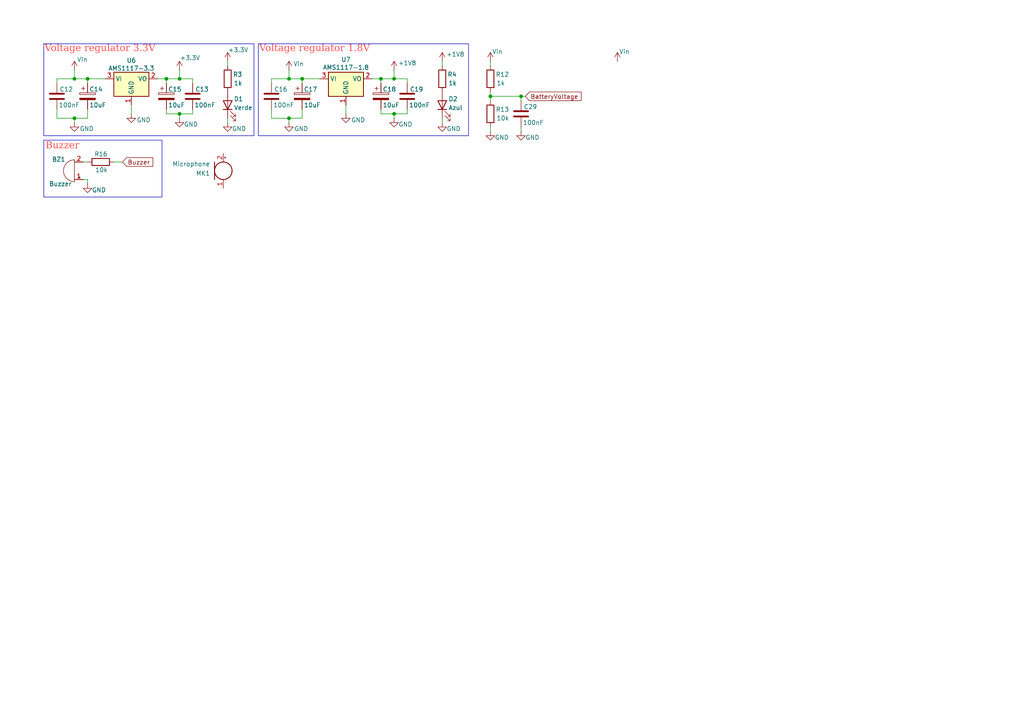
<source format=kicad_sch>
(kicad_sch (version 20250114) (generator "eeschema") (generator_version "9.0")
  (paper "A4")
  (title_block (title "AlarisV1") (date "2025-11-13") (company "Enzo Claro"))
  (lib_symbols
    (symbol "Device:Buzzer" (pin_names (offset 0.0254) (hide yes))
      (property "Reference" "BZ" (at 3.81 1.27 0))
      (property "Value" "Buzzer" (at 3.81 -1.27 0))
      (symbol "Buzzer_0_1"
        (polyline (pts (xy -1.651 1.905) (xy -1.143 1.905)))
        (polyline (pts (xy -1.397 2.159) (xy -1.397 1.651)))
        (arc (start 0 3.175) (mid 3.1612 0) (end 0 -3.175))
        (polyline (pts (xy 0 3.175) (xy 0 -3.175)))
      )
      (symbol "Buzzer_1_1"
        (pin passive line (at -2.54 2.54 0) (length 2.54) (name "+") (number "1"))
        (pin passive line (at -2.54 -2.54 0) (length 2.54) (name "-") (number "2"))
      )
    )
    (symbol "Device:C" (pin_numbers (hide yes)) (pin_names (offset 0.254))
      (property "Reference" "C" (at 0.635 2.54 0))
      (property "Value" "C" (at 0.635 -2.54 0))
      (symbol "C_0_1"
        (polyline (pts (xy -2.032 0.762) (xy 2.032 0.762)) (stroke (width 0.508)))
        (polyline (pts (xy -2.032 -0.762) (xy 2.032 -0.762)) (stroke (width 0.508)))
      )
      (symbol "C_1_1"
        (pin passive line (at 0 3.81 270) (length 2.794) (name "~") (number "1"))
        (pin passive line (at 0 -3.81 90) (length 2.794) (name "~") (number "2"))
      )
    )
    (symbol "Device:C_Polarized" (pin_numbers (hide yes)) (pin_names (offset 0.254))
      (property "Reference" "C" (at 0.635 2.54 0))
      (property "Value" "C_Polarized" (at 0.635 -2.54 0))
      (symbol "C_Polarized_0_1"
        (rectangle (start -2.286 0.508) (end 2.286 1.016))
        (polyline (pts (xy -1.778 2.286) (xy -0.762 2.286)))
        (polyline (pts (xy -1.27 2.794) (xy -1.27 1.778)))
        (rectangle (start 2.286 -0.508) (end -2.286 -1.016) (fill (type outline)))
      )
      (symbol "C_Polarized_1_1"
        (pin passive line (at 0 3.81 270) (length 2.794) (name "~") (number "1"))
        (pin passive line (at 0 -3.81 90) (length 2.794) (name "~") (number "2"))
      )
    )
    (symbol "Device:LED" (pin_numbers (hide yes)) (pin_names (offset 1.016) (hide yes))
      (property "Reference" "D" (at 0 2.54 0))
      (property "Value" "LED" (at 0 -2.54 0))
      (symbol "LED_0_1"
        (polyline (pts (xy -3.048 -0.762) (xy -4.572 -2.286) (xy -3.81 -2.286) (xy -4.572 -2.286) (xy -4.572 -1.524)))
        (polyline (pts (xy -1.778 -0.762) (xy -3.302 -2.286) (xy -2.54 -2.286) (xy -3.302 -2.286) (xy -3.302 -1.524)))
        (polyline (pts (xy -1.27 0) (xy 1.27 0)))
        (polyline (pts (xy -1.27 -1.27) (xy -1.27 1.27)) (stroke (width 0.254)))
        (polyline (pts (xy 1.27 -1.27) (xy 1.27 1.27) (xy -1.27 0) (xy 1.27 -1.27)) (stroke (width 0.254)))
      )
      (symbol "LED_1_1"
        (pin passive line (at -3.81 0 0) (length 2.54) (name "K") (number "1"))
        (pin passive line (at 3.81 0 180) (length 2.54) (name "A") (number "2"))
      )
    )
    (symbol "Device:Microphone" (pin_names (offset 0.0254) (hide yes))
      (property "Reference" "MK" (at -3.81 1.27 0))
      (property "Value" "Microphone" (at -3.81 -0.635 0))
      (symbol "Microphone_0_1"
        (polyline (pts (xy -2.54 2.54) (xy -2.54 -2.54)) (stroke (width 0.254)))
        (circle (center 0 0) (radius 2.54) (stroke (width 0.254)))
        (polyline (pts (xy 0.254 3.81) (xy 0.762 3.81)))
        (polyline (pts (xy 0.508 4.064) (xy 0.508 3.556)))
      )
      (symbol "Microphone_1_1"
        (pin passive line (at 0 5.08 270) (length 2.54) (name "+") (number "2"))
        (pin passive line (at 0 -5.08 90) (length 2.54) (name "-") (number "1"))
      )
    )
    (symbol "Device:R" (pin_numbers (hide yes)) (pin_names (offset 0))
      (property "Reference" "R" (at 2.032 0 90))
      (property "Value" "R" (at 0 0 90))
      (symbol "R_0_1"
        (rectangle (start -1.016 -2.54) (end 1.016 2.54) (stroke (width 0.254)))
      )
      (symbol "R_1_1"
        (pin passive line (at 0 3.81 270) (length 1.27) (name "~") (number "1"))
        (pin passive line (at 0 -3.81 90) (length 1.27) (name "~") (number "2"))
      )
    )
    (symbol "Regulator_Linear:AMS1117-1.8"
      (property "Reference" "U" (at -3.81 3.175 0))
      (property "Value" "AMS1117-1.8" (at 0 3.175 0))
      (symbol "AMS1117-1.8_0_1"
        (rectangle (start -5.08 -5.08) (end 5.08 1.905) (stroke (width 0.254)) (fill (type background)))
      )
      (symbol "AMS1117-1.8_1_1"
        (pin power_in line (at -7.62 0 0) (length 2.54) (name "VI") (number "3"))
        (pin power_in line (at 0 -7.62 90) (length 2.54) (name "GND") (number "1"))
        (pin power_out line (at 7.62 0 180) (length 2.54) (name "VO") (number "2"))
      )
    )
    (symbol "Regulator_Linear:AMS1117-3.3"
      (property "Reference" "U" (at -3.81 3.175 0))
      (property "Value" "AMS1117-3.3" (at 0 3.175 0))
      (symbol "AMS1117-3.3_0_1"
        (rectangle (start -5.08 -5.08) (end 5.08 1.905) (stroke (width 0.254)) (fill (type background)))
      )
      (symbol "AMS1117-3.3_1_1"
        (pin power_in line (at -7.62 0 0) (length 2.54) (name "VI") (number "3"))
        (pin power_in line (at 0 -7.62 90) (length 2.54) (name "GND") (number "1"))
        (pin power_out line (at 7.62 0 180) (length 2.54) (name "VO") (number "2"))
      )
    )
    (symbol "power:+1V8" (power) (pin_numbers (hide yes)) (pin_names (offset 0) (hide yes))
      (property "Value" "+1V8" (at 0 3.556 0))
      (symbol "+1V8_0_1"
        (polyline (pts (xy -0.762 1.27) (xy 0 2.54)))
        (polyline (pts (xy 0 2.54) (xy 0.762 1.27)))
        (polyline (pts (xy 0 0) (xy 0 2.54)))
      )
      (symbol "+1V8_1_1"
        (pin power_in line (at 0 0 90) (length 0) (name "~") (number "1"))
      )
    )
    (symbol "power:+3.3V" (power) (pin_numbers (hide yes)) (pin_names (offset 0) (hide yes))
      (property "Value" "+3.3V" (at 0 3.556 0))
      (symbol "+3.3V_0_1"
        (polyline (pts (xy -0.762 1.27) (xy 0 2.54)))
        (polyline (pts (xy 0 2.54) (xy 0.762 1.27)))
        (polyline (pts (xy 0 0) (xy 0 2.54)))
      )
      (symbol "+3.3V_1_1"
        (pin power_in line (at 0 0 90) (length 0) (name "~") (number "1"))
      )
    )
    (symbol "power:GND" (power) (pin_numbers (hide yes)) (pin_names (offset 0) (hide yes))
      (property "Value" "GND" (at 0 -3.81 0))
      (symbol "GND_0_1"
        (polyline (pts (xy 0 0) (xy 0 -1.27) (xy 1.27 -1.27) (xy 0 -2.54) (xy -1.27 -1.27) (xy 0 -1.27)))
      )
      (symbol "GND_1_1"
        (pin power_in line (at 0 0 270) (length 0) (name "~") (number "1"))
      )
    )
    (symbol "power:VDD" (power) (pin_numbers (hide yes)) (pin_names (offset 0) (hide yes))
      (property "Value" "VDD" (at 0 3.556 0))
      (symbol "VDD_0_1"
        (polyline (pts (xy -0.762 1.27) (xy 0 2.54)))
        (polyline (pts (xy 0 2.54) (xy 0.762 1.27)))
        (polyline (pts (xy 0 0) (xy 0 2.54)))
      )
      (symbol "VDD_1_1"
        (pin power_in line (at 0 0 90) (length 0) (name "~") (number "1"))
      )
    )
  )
  (rectangle (start 74.93 12.7) (end 135.89 39.37))
  (rectangle (start 12.7 12.7) (end 73.66 39.37))
  (rectangle (start 12.7 40.64) (end 46.99 57.15))
  (text "Voltage regulator 3.3V" (at 12.954 14.732 0) (effects (font (size 2 2)) (justify left)))
  (text "Voltage regulator 1.8V" (at 75.184 14.732 0) (effects (font (size 2 2)) (justify left)))
  (text "Buzzer" (at 13.208 42.926 0) (effects (font (size 2 2)) (justify left)))
  (junction (at 87.63 22.86))
  (junction (at 83.82 34.29))
  (junction (at 48.26 22.86))
  (junction (at 142.24 27.94))
  (junction (at 114.3 22.86))
  (junction (at 21.59 22.86))
  (junction (at 114.3 33.02))
  (junction (at 151.13 27.94))
  (junction (at 52.07 22.86))
  (junction (at 25.4 22.86))
  (junction (at 83.82 22.86))
  (junction (at 21.59 34.29))
  (junction (at 110.49 22.86))
  (junction (at 52.07 33.02))
  (wire (pts (xy 83.82 22.86) (xy 87.63 22.86)))
  (wire (pts (xy 55.88 33.02) (xy 55.88 31.75)))
  (wire (pts (xy 118.11 33.02) (xy 118.11 31.75)))
  (wire (pts (xy 78.74 31.75) (xy 78.74 34.29)))
  (wire (pts (xy 25.4 34.29) (xy 25.4 31.75)))
  (wire (pts (xy 92.71 22.86) (xy 87.63 22.86)))
  (wire (pts (xy 114.3 33.02) (xy 118.11 33.02)))
  (wire (pts (xy 30.48 22.86) (xy 25.4 22.86)))
  (wire (pts (xy 48.26 22.86) (xy 52.07 22.86)))
  (wire (pts (xy 83.82 34.29) (xy 83.82 35.56)))
  (wire (pts (xy 118.11 24.13) (xy 118.11 22.86)))
  (wire (pts (xy 114.3 33.02) (xy 114.3 34.29)))
  (wire (pts (xy 21.59 34.29) (xy 25.4 34.29)))
  (wire (pts (xy 151.13 36.83) (xy 151.13 38.1)))
  (wire (pts (xy 16.51 24.13) (xy 16.51 22.86)))
  (wire (pts (xy 38.1 30.48) (xy 38.1 33.02)))
  (wire (pts (xy 16.51 22.86) (xy 21.59 22.86)))
  (wire (pts (xy 83.82 20.32) (xy 83.82 22.86)))
  (wire (pts (xy 78.74 22.86) (xy 83.82 22.86)))
  (wire (pts (xy 21.59 22.86) (xy 25.4 22.86)))
  (wire (pts (xy 78.74 34.29) (xy 83.82 34.29)))
  (wire (pts (xy 87.63 22.86) (xy 87.63 24.13)))
  (wire (pts (xy 66.04 17.78) (xy 66.04 19.05)))
  (wire (pts (xy 87.63 34.29) (xy 87.63 31.75)))
  (wire (pts (xy 83.82 34.29) (xy 87.63 34.29)))
  (wire (pts (xy 21.59 20.32) (xy 21.59 22.86)))
  (wire (pts (xy 151.13 27.94) (xy 152.4 27.94)))
  (wire (pts (xy 55.88 24.13) (xy 55.88 22.86)))
  (wire (pts (xy 45.72 22.86) (xy 48.26 22.86)))
  (wire (pts (xy 128.27 17.78) (xy 128.27 19.05)))
  (wire (pts (xy 114.3 20.32) (xy 114.3 22.86)))
  (wire (pts (xy 128.27 34.29) (xy 128.27 35.56)))
  (wire (pts (xy 78.74 24.13) (xy 78.74 22.86)))
  (wire (pts (xy 107.95 22.86) (xy 110.49 22.86)))
  (wire (pts (xy 24.13 46.99) (xy 25.4 46.99)))
  (wire (pts (xy 151.13 27.94) (xy 142.24 27.94)))
  (wire (pts (xy 48.26 31.75) (xy 48.26 33.02)))
  (wire (pts (xy 142.24 26.67) (xy 142.24 27.94)))
  (wire (pts (xy 142.24 36.83) (xy 142.24 38.1)))
  (wire (pts (xy 33.02 46.99) (xy 35.56 46.99)))
  (wire (pts (xy 110.49 31.75) (xy 110.49 33.02)))
  (wire (pts (xy 66.04 34.29) (xy 66.04 35.56)))
  (wire (pts (xy 52.07 22.86) (xy 55.88 22.86)))
  (wire (pts (xy 110.49 33.02) (xy 114.3 33.02)))
  (wire (pts (xy 25.4 22.86) (xy 25.4 24.13)))
  (wire (pts (xy 110.49 22.86) (xy 114.3 22.86)))
  (wire (pts (xy 52.07 33.02) (xy 52.07 34.29)))
  (wire (pts (xy 21.59 34.29) (xy 21.59 35.56)))
  (wire (pts (xy 100.33 30.48) (xy 100.33 33.02)))
  (wire (pts (xy 110.49 22.86) (xy 110.49 24.13)))
  (wire (pts (xy 16.51 31.75) (xy 16.51 34.29)))
  (wire (pts (xy 52.07 33.02) (xy 55.88 33.02)))
  (wire (pts (xy 114.3 22.86) (xy 118.11 22.86)))
  (wire (pts (xy 25.4 53.34) (xy 25.4 52.07)))
  (wire (pts (xy 48.26 22.86) (xy 48.26 24.13)))
  (wire (pts (xy 151.13 27.94) (xy 151.13 29.21)))
  (wire (pts (xy 48.26 33.02) (xy 52.07 33.02)))
  (wire (pts (xy 16.51 34.29) (xy 21.59 34.29)))
  (wire (pts (xy 25.4 52.07) (xy 24.13 52.07)))
  (wire (pts (xy 142.24 27.94) (xy 142.24 29.21)))
  (wire (pts (xy 52.07 20.32) (xy 52.07 22.86)))
  (wire (pts (xy 142.24 17.78) (xy 142.24 19.05)))
  (global_label "BatteryVoltage" (shape input) (at 152.4 27.94 0) (property "Intersheetrefs" "${INTERSHEET_REFS}" (effects (hide yes))))
  (global_label "Buzzer" (shape input) (at 35.56 46.99 0) (property "Intersheetrefs" "${INTERSHEET_REFS}" (effects (hide yes))))
  (symbol (lib_id "power:VDD") (at 83.82 20.32 0) (unit 1)
    (property "Reference" "#PWR026" (effects (hide yes)))
    (property "Value" "Vin" (at 86.614 18.542 0))
    (property "Description" "Power symbol creates a global label with name \"VDD\"" (effects (hide yes)))
  )
  (symbol (lib_id "Device:C") (at 151.13 33.02 0) (unit 1)
    (property "Reference" "C29" (at 151.892 30.988 0) (effects (justify left)))
    (property "Value" "100nF" (at 151.638 35.56 0) (effects (justify left)))
    (property "Description" "Unpolarized capacitor" (effects (hide yes)))
  )
  (symbol (lib_id "power:GND") (at 21.59 35.56 0) (unit 1)
    (property "Reference" "#PWR022" (effects (hide yes)))
    (property "Value" "GND" (at 25.146 37.338 0))
    (property "Description" "Power symbol creates a global label with name \"GND\" , ground" (effects (hide yes)))
  )
  (symbol (lib_id "Device:Microphone") (at 64.77 49.53 0) (unit 1)
    (property "Reference" "MK1" (at 60.96 50.292 0) (effects (justify right)))
    (property "Value" "Microphone" (at 60.96 47.5616 0) (effects (justify right)))
    (property "Description" "Microphone" (effects (hide yes)))
  )
  (symbol (lib_id "power:VDD") (at 21.59 20.32 0) (unit 1)
    (property "Reference" "#PWR021" (effects (hide yes)))
    (property "Value" "Vin" (at 23.876 17.272 0))
    (property "Description" "Power symbol creates a global label with name \"VDD\"" (effects (hide yes)))
  )
  (symbol (lib_id "Device:R") (at 142.24 33.02 0) (unit 1)
    (property "Reference" "R13" (at 143.764 31.75 0) (effects (justify left)))
    (property "Value" "10k" (at 144.018 34.29 0) (effects (justify left)))
    (property "Description" "Resistor" (effects (hide yes)))
  )
  (symbol (lib_id "Device:R") (at 29.21 46.99 90) (unit 1)
    (property "Reference" "R16" (at 31.242 44.704 90) (effects (justify left)))
    (property "Value" "10k" (at 31.242 49.276 90) (effects (justify left)))
    (property "Description" "Resistor" (effects (hide yes)))
  )
  (symbol (lib_id "Device:C_Polarized") (at 25.4 27.94 0) (unit 1)
    (property "Reference" "C14" (at 25.908 25.908 0) (effects (justify left)))
    (property "Value" "10uF" (at 25.908 30.48 0) (effects (justify left)))
    (property "Description" "Polarized capacitor" (effects (hide yes)))
  )
  (symbol (lib_id "power:GND") (at 114.3 34.29 0) (unit 1)
    (property "Reference" "#PWR030" (effects (hide yes)))
    (property "Value" "GND" (at 117.602 36.068 0))
    (property "Description" "Power symbol creates a global label with name \"GND\" , ground" (effects (hide yes)))
  )
  (symbol (lib_id "power:+3.3V") (at 52.07 20.32 0) (unit 1)
    (property "Reference" "#PWR025" (effects (hide yes)))
    (property "Value" "+3.3V" (at 55.118 16.764 0))
    (property "Description" "Power symbol creates a global label with name \"+3.3V\"" (effects (hide yes)))
  )
  (symbol (lib_id "Device:Buzzer") (at 21.59 49.53 180) (unit 1)
    (property "Reference" "BZ1" (at 17.018 46.228 0))
    (property "Value" "Buzzer" (at 17.526 53.34 0))
    (property "Description" "Buzzer, polarized" (effects (hide yes)))
  )
  (symbol (lib_id "Device:R") (at 66.04 22.86 0) (unit 1)
    (property "Reference" "R3" (at 67.564 21.59 0) (effects (justify left)))
    (property "Value" "1k" (at 67.818 24.13 0) (effects (justify left)))
    (property "Description" "Resistor" (effects (hide yes)))
  )
  (symbol (lib_id "Regulator_Linear:AMS1117-3.3") (at 38.1 22.86 0) (unit 1)
    (property "Reference" "U6" (at 38.1 17.526 0))
    (property "Value" "AMS1117-3.3" (at 38.1 19.812 0))
    (property "Footprint" "Package_TO_SOT_SMD:SOT-223-3_TabPin2" (effects (hide yes)))
    (property "Datasheet" "http://www.advanced-monolithic.com/pdf/ds1117.pdf" (effects (hide yes)))
    (property "Description" "1A Low Dropout regulator, positive, 3.3V fixed output, SOT-223" (effects (hide yes)))
  )
  (symbol (lib_id "power:+1V8") (at 114.3 20.32 0) (unit 1)
    (property "Reference" "#PWR029" (effects (hide yes)))
    (property "Value" "+1V8" (at 118.11 18.288 0))
    (property "Description" "Power symbol creates a global label with name \"+1V8\"" (effects (hide yes)))
  )
  (symbol (lib_id "Device:C") (at 78.74 27.94 0) (unit 1)
    (property "Reference" "C16" (at 79.502 25.908 0) (effects (justify left)))
    (property "Value" "100nF" (at 79.248 30.48 0) (effects (justify left)))
    (property "Description" "Unpolarized capacitor" (effects (hide yes)))
  )
  (symbol (lib_id "Regulator_Linear:AMS1117-1.8") (at 100.33 22.86 0) (unit 1)
    (property "Reference" "U7" (at 100.33 17.272 0))
    (property "Value" "AMS1117-1.8" (at 100.33 19.558 0))
    (property "Footprint" "Package_TO_SOT_SMD:SOT-223-3_TabPin2" (effects (hide yes)))
    (property "Datasheet" "http://www.advanced-monolithic.com/pdf/ds1117.pdf" (effects (hide yes)))
    (property "Description" "1A Low Dropout regulator, positive, 1.8V fixed output, SOT-223" (effects (hide yes)))
  )
  (symbol (lib_id "Device:C") (at 55.88 27.94 0) (unit 1)
    (property "Reference" "C13" (at 56.642 25.908 0) (effects (justify left)))
    (property "Value" "100nF" (at 56.388 30.48 0) (effects (justify left)))
    (property "Description" "Unpolarized capacitor" (effects (hide yes)))
  )
  (symbol (lib_id "power:GND") (at 151.13 38.1 0) (unit 1)
    (property "Reference" "#PWR059" (effects (hide yes)))
    (property "Value" "GND" (at 154.432 39.878 0))
    (property "Description" "Power symbol creates a global label with name \"GND\" , ground" (effects (hide yes)))
  )
  (symbol (lib_id "power:GND") (at 100.33 33.02 0) (unit 1)
    (property "Reference" "#PWR028" (effects (hide yes)))
    (property "Value" "GND" (at 103.886 34.798 0))
    (property "Description" "Power symbol creates a global label with name \"GND\" , ground" (effects (hide yes)))
  )
  (symbol (lib_id "Device:C") (at 118.11 27.94 0) (unit 1)
    (property "Reference" "C19" (at 118.872 25.908 0) (effects (justify left)))
    (property "Value" "100nF" (at 118.618 30.48 0) (effects (justify left)))
    (property "Description" "Unpolarized capacitor" (effects (hide yes)))
  )
  (symbol (lib_id "power:GND") (at 66.04 35.56 0) (unit 1)
    (property "Reference" "#PWR033" (effects (hide yes)))
    (property "Value" "GND" (at 69.342 37.338 0))
    (property "Description" "Power symbol creates a global label with name \"GND\" , ground" (effects (hide yes)))
  )
  (symbol (lib_id "Device:C_Polarized") (at 110.49 27.94 0) (unit 1)
    (property "Reference" "C18" (at 110.998 25.908 0) (effects (justify left)))
    (property "Value" "10uF" (at 110.998 30.48 0) (effects (justify left)))
    (property "Description" "Polarized capacitor" (effects (hide yes)))
  )
  (symbol (lib_id "Device:R") (at 128.27 22.86 0) (unit 1)
    (property "Reference" "R4" (at 129.794 21.59 0) (effects (justify left)))
    (property "Value" "1k" (at 130.048 24.13 0) (effects (justify left)))
    (property "Description" "Resistor" (effects (hide yes)))
  )
  (symbol (lib_id "Device:C_Polarized") (at 87.63 27.94 0) (unit 1)
    (property "Reference" "C17" (at 88.138 25.908 0) (effects (justify left)))
    (property "Value" "10uF" (at 88.138 30.48 0) (effects (justify left)))
    (property "Description" "Polarized capacitor" (effects (hide yes)))
  )
  (symbol (lib_id "power:+3.3V") (at 66.04 17.78 0) (unit 1)
    (property "Reference" "#PWR032" (effects (hide yes)))
    (property "Value" "+3.3V" (at 69.088 14.478 0))
    (property "Description" "Power symbol creates a global label with name \"+3.3V\"" (effects (hide yes)))
  )
  (symbol (lib_id "power:+1V8") (at 128.27 17.78 0) (unit 1)
    (property "Reference" "#PWR034" (effects (hide yes)))
    (property "Value" "+1V8" (at 132.08 15.748 0))
    (property "Description" "Power symbol creates a global label with name \"+1V8\"" (effects (hide yes)))
  )
  (symbol (lib_id "power:VDD") (at 179.07 17.78 0) (unit 1)
    (property "Reference" "#PWR068" (effects (hide yes)))
    (property "Value" "Vin" (at 181.102 14.986 0))
    (property "Description" "Power symbol creates a global label with name \"VDD\"" (effects (hide yes)))
  )
  (symbol (lib_id "Device:LED") (at 128.27 30.48 90) (unit 1)
    (property "Reference" "D2" (at 130.048 28.702 90) (effects (justify right)))
    (property "Value" "Azul" (at 130.048 31.242 90) (effects (justify right)))
    (property "Description" "Light emitting diode" (effects (hide yes)))
    (property "Sim.Pins" "1=K 2=A" (effects (hide yes)))
  )
  (symbol (lib_id "power:GND") (at 83.82 35.56 0) (unit 1)
    (property "Reference" "#PWR027" (effects (hide yes)))
    (property "Value" "GND" (at 87.376 37.338 0))
    (property "Description" "Power symbol creates a global label with name \"GND\" , ground" (effects (hide yes)))
  )
  (symbol (lib_id "power:GND") (at 25.4 53.34 0) (unit 1)
    (property "Reference" "#PWR069" (effects (hide yes)))
    (property "Value" "GND" (at 28.702 55.118 0))
    (property "Description" "Power symbol creates a global label with name \"GND\" , ground" (effects (hide yes)))
  )
  (symbol (lib_id "power:VDD") (at 142.24 17.78 0) (unit 1)
    (property "Reference" "#PWR057" (effects (hide yes)))
    (property "Value" "Vin" (at 144.272 14.986 0))
    (property "Description" "Power symbol creates a global label with name \"VDD\"" (effects (hide yes)))
  )
  (symbol (lib_id "power:GND") (at 142.24 38.1 0) (unit 1)
    (property "Reference" "#PWR058" (effects (hide yes)))
    (property "Value" "GND" (at 145.542 39.878 0))
    (property "Description" "Power symbol creates a global label with name \"GND\" , ground" (effects (hide yes)))
  )
  (symbol (lib_id "Device:R") (at 142.24 22.86 0) (unit 1)
    (property "Reference" "R12" (at 143.764 21.59 0) (effects (justify left)))
    (property "Value" "1k" (at 144.018 24.13 0) (effects (justify left)))
    (property "Description" "Resistor" (effects (hide yes)))
  )
  (symbol (lib_id "Device:LED") (at 66.04 30.48 90) (unit 1)
    (property "Reference" "D1" (at 67.818 28.702 90) (effects (justify right)))
    (property "Value" "Verde" (at 67.818 31.242 90) (effects (justify right)))
    (property "Description" "Light emitting diode" (effects (hide yes)))
    (property "Sim.Pins" "1=K 2=A" (effects (hide yes)))
  )
  (symbol (lib_id "power:GND") (at 52.07 34.29 0) (unit 1)
    (property "Reference" "#PWR024" (effects (hide yes)))
    (property "Value" "GND" (at 55.372 36.068 0))
    (property "Description" "Power symbol creates a global label with name \"GND\" , ground" (effects (hide yes)))
  )
  (symbol (lib_id "power:GND") (at 38.1 33.02 0) (unit 1)
    (property "Reference" "#PWR023" (effects (hide yes)))
    (property "Value" "GND" (at 41.656 34.798 0))
    (property "Description" "Power symbol creates a global label with name \"GND\" , ground" (effects (hide yes)))
  )
  (symbol (lib_id "Device:C") (at 16.51 27.94 0) (unit 1)
    (property "Reference" "C12" (at 17.272 25.908 0) (effects (justify left)))
    (property "Value" "100nF" (at 17.018 30.48 0) (effects (justify left)))
    (property "Description" "Unpolarized capacitor" (effects (hide yes)))
  )
  (symbol (lib_id "Device:C_Polarized") (at 48.26 27.94 0) (unit 1)
    (property "Reference" "C15" (at 48.768 25.908 0) (effects (justify left)))
    (property "Value" "10uF" (at 48.768 30.48 0) (effects (justify left)))
    (property "Description" "Polarized capacitor" (effects (hide yes)))
  )
  (symbol (lib_id "power:GND") (at 128.27 35.56 0) (unit 1)
    (property "Reference" "#PWR035" (effects (hide yes)))
    (property "Value" "GND" (at 131.572 37.338 0))
    (property "Description" "Power symbol creates a global label with name \"GND\" , ground" (effects (hide yes)))
  )
)
</source>
